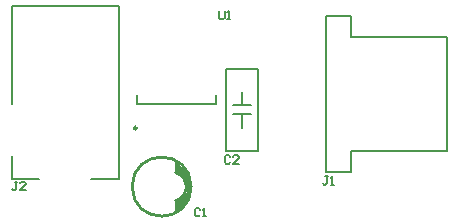
<source format=gto>
G04*
G04 #@! TF.GenerationSoftware,Altium Limited,Altium NEXUS,4.0.8 (67)*
G04*
G04 Layer_Color=65535*
%FSLAX44Y44*%
%MOMM*%
G71*
G04*
G04 #@! TF.SameCoordinates,A6274CC6-94C6-42B1-B2ED-8DB77C6F39E9*
G04*
G04*
G04 #@! TF.FilePolarity,Positive*
G04*
G01*
G75*
%ADD10C,0.2540*%
%ADD11C,0.2500*%
%ADD12C,0.2000*%
%ADD13C,0.1500*%
G36*
X421440Y1121050D02*
X430330Y1112160D01*
Y1110690D01*
X431400Y1109620D01*
Y1094180D01*
X430330Y1093110D01*
Y1091840D01*
X421440Y1082950D01*
X418500Y1081000D01*
Y1090000D01*
X420320D01*
X427590Y1097270D01*
Y1105810D01*
X420320Y1113080D01*
Y1114000D01*
X418500D01*
Y1123000D01*
X421440Y1121050D01*
D02*
G37*
D10*
X418447Y1090252D02*
G03*
X418447Y1113748I-2888J11748D01*
G01*
X431500Y1102000D02*
G03*
X431500Y1102000I-25000J0D01*
G01*
X418500Y1081000D02*
Y1090000D01*
Y1114000D02*
Y1123000D01*
D11*
X385600Y1151500D02*
G03*
X385600Y1151500I-1250J0D01*
G01*
D12*
X648500Y1132250D02*
Y1228750D01*
X545250Y1114000D02*
Y1246750D01*
X566500Y1132250D02*
X648500D01*
X566500Y1114000D02*
Y1132250D01*
X545250Y1114000D02*
X566500D01*
X545250Y1246750D02*
X566500D01*
Y1228750D02*
Y1246750D01*
Y1228750D02*
X648500D01*
X461000Y1202000D02*
X488000D01*
X461000Y1132000D02*
Y1202000D01*
X488000Y1132000D02*
Y1202000D01*
X461000Y1132000D02*
X488000D01*
X466880Y1163190D02*
X482120D01*
X474500Y1151760D02*
Y1163190D01*
X466880Y1170810D02*
X482120D01*
X474500D02*
Y1182240D01*
X347042Y1108890D02*
X370042Y1108890D01*
Y1254890D01*
X280042D02*
X370042D01*
X280042Y1108890D02*
X303042D01*
X280042D02*
Y1127890D01*
Y1171890D02*
Y1254890D01*
X385500Y1172000D02*
Y1179500D01*
Y1172000D02*
X452500D01*
Y1179500D01*
D13*
X547500Y1110749D02*
X545167D01*
X546334D01*
Y1104917D01*
X545167Y1103751D01*
X544001D01*
X542835Y1104917D01*
X549833Y1103751D02*
X552165D01*
X550999D01*
Y1110749D01*
X549833Y1109583D01*
X455085Y1250749D02*
Y1244917D01*
X456251Y1243751D01*
X458584D01*
X459750Y1244917D01*
Y1250749D01*
X462083Y1243751D02*
X464415D01*
X463249D01*
Y1250749D01*
X462083Y1249583D01*
X284334Y1106249D02*
X282001D01*
X283167D01*
Y1100417D01*
X282001Y1099251D01*
X280835D01*
X279669Y1100417D01*
X291331Y1099251D02*
X286666D01*
X291331Y1103916D01*
Y1105083D01*
X290165Y1106249D01*
X287833D01*
X286666Y1105083D01*
X464584Y1127333D02*
X463417Y1128499D01*
X461085D01*
X459919Y1127333D01*
Y1122667D01*
X461085Y1121501D01*
X463417D01*
X464584Y1122667D01*
X471581Y1121501D02*
X466916D01*
X471581Y1126166D01*
Y1127333D01*
X470415Y1128499D01*
X468083D01*
X466916Y1127333D01*
X439000Y1082583D02*
X437834Y1083749D01*
X435501D01*
X434335Y1082583D01*
Y1077917D01*
X435501Y1076751D01*
X437834D01*
X439000Y1077917D01*
X441333Y1076751D02*
X443665D01*
X442499D01*
Y1083749D01*
X441333Y1082583D01*
M02*

</source>
